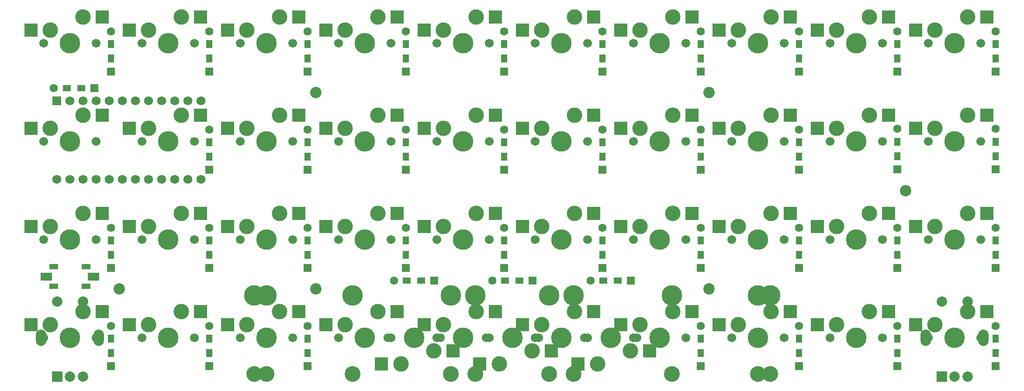
<source format=gbs>
G04 #@! TF.GenerationSoftware,KiCad,Pcbnew,(6.0.4-0)*
G04 #@! TF.CreationDate,2022-05-09T20:33:25-05:00*
G04 #@! TF.ProjectId,banime40,62616e69-6d65-4343-902e-6b696361645f,rev?*
G04 #@! TF.SameCoordinates,Original*
G04 #@! TF.FileFunction,Soldermask,Bot*
G04 #@! TF.FilePolarity,Negative*
%FSLAX46Y46*%
G04 Gerber Fmt 4.6, Leading zero omitted, Abs format (unit mm)*
G04 Created by KiCad (PCBNEW (6.0.4-0)) date 2022-05-09 20:33:25*
%MOMM*%
%LPD*%
G01*
G04 APERTURE LIST*
%ADD10C,2.000000*%
%ADD11R,2.000000X2.000000*%
%ADD12O,2.000000X3.200000*%
%ADD13R,1.600000X1.600000*%
%ADD14R,1.200000X1.600000*%
%ADD15C,1.600000*%
%ADD16R,1.600000X1.200000*%
%ADD17R,2.550000X2.500000*%
%ADD18C,3.987800*%
%ADD19C,1.701800*%
%ADD20C,3.000000*%
%ADD21C,3.048000*%
%ADD22R,1.752600X1.752600*%
%ADD23C,1.752600*%
%ADD24C,2.200000*%
%ADD25R,1.700000X1.000000*%
%ADD26R,2.180000X1.600000*%
G04 APERTURE END LIST*
D10*
G04 #@! TO.C,SW47*
X49887500Y-108093750D03*
X54887500Y-108093750D03*
X52387500Y-122593750D03*
X54887500Y-122593750D03*
D11*
X49887500Y-122593750D03*
D12*
X46787500Y-115093750D03*
X57987500Y-115093750D03*
G04 #@! TD*
D10*
G04 #@! TO.C,SW46*
X221337500Y-108093750D03*
X226337500Y-108093750D03*
X223837500Y-122593750D03*
X226337500Y-122593750D03*
D11*
X221337500Y-122593750D03*
D12*
X218237500Y-115093750D03*
X229437500Y-115093750D03*
G04 #@! TD*
D13*
G04 #@! TO.C,D1*
X231775000Y-63431250D03*
D14*
X231775000Y-60931250D03*
D15*
X231775000Y-55631250D03*
D14*
X231775000Y-58131250D03*
G04 #@! TD*
G04 #@! TO.C,D2*
X212725000Y-60931250D03*
D13*
X212725000Y-63431250D03*
D15*
X212725000Y-55631250D03*
D14*
X212725000Y-58131250D03*
G04 #@! TD*
D13*
G04 #@! TO.C,D3*
X193675000Y-63431250D03*
D14*
X193675000Y-60931250D03*
D15*
X193675000Y-55631250D03*
D14*
X193675000Y-58131250D03*
G04 #@! TD*
D13*
G04 #@! TO.C,D4*
X174625000Y-63431250D03*
D14*
X174625000Y-60931250D03*
D15*
X174625000Y-55631250D03*
D14*
X174625000Y-58131250D03*
G04 #@! TD*
D13*
G04 #@! TO.C,D5*
X155575000Y-63431250D03*
D14*
X155575000Y-60931250D03*
D15*
X155575000Y-55631250D03*
D14*
X155575000Y-58131250D03*
G04 #@! TD*
D13*
G04 #@! TO.C,D6*
X136525000Y-63431250D03*
D14*
X136525000Y-60931250D03*
D15*
X136525000Y-55631250D03*
D14*
X136525000Y-58131250D03*
G04 #@! TD*
D13*
G04 #@! TO.C,D7*
X117475000Y-63431250D03*
D14*
X117475000Y-60931250D03*
X117475000Y-58131250D03*
D15*
X117475000Y-55631250D03*
G04 #@! TD*
D13*
G04 #@! TO.C,D8*
X98425000Y-63431250D03*
D14*
X98425000Y-60931250D03*
D15*
X98425000Y-55631250D03*
D14*
X98425000Y-58131250D03*
G04 #@! TD*
G04 #@! TO.C,D9*
X79375000Y-60931250D03*
D13*
X79375000Y-63431250D03*
D14*
X79375000Y-58131250D03*
D15*
X79375000Y-55631250D03*
G04 #@! TD*
D14*
G04 #@! TO.C,D10*
X60325000Y-60931250D03*
D13*
X60325000Y-63431250D03*
D14*
X60325000Y-58131250D03*
D15*
X60325000Y-55631250D03*
G04 #@! TD*
D13*
G04 #@! TO.C,D11*
X231775000Y-82362500D03*
D14*
X231775000Y-79862500D03*
D15*
X231775000Y-74562500D03*
D14*
X231775000Y-77062500D03*
G04 #@! TD*
D13*
G04 #@! TO.C,D12*
X212725000Y-82362500D03*
D14*
X212725000Y-79862500D03*
X212725000Y-77062500D03*
D15*
X212725000Y-74562500D03*
G04 #@! TD*
D13*
G04 #@! TO.C,D13*
X193675000Y-82481250D03*
D14*
X193675000Y-79981250D03*
D15*
X193675000Y-74681250D03*
D14*
X193675000Y-77181250D03*
G04 #@! TD*
D13*
G04 #@! TO.C,D14*
X174625000Y-82481250D03*
D14*
X174625000Y-79981250D03*
D15*
X174625000Y-74681250D03*
D14*
X174625000Y-77181250D03*
G04 #@! TD*
G04 #@! TO.C,D15*
X155575000Y-79981250D03*
D13*
X155575000Y-82481250D03*
D14*
X155575000Y-77181250D03*
D15*
X155575000Y-74681250D03*
G04 #@! TD*
D14*
G04 #@! TO.C,D16*
X136525000Y-79981250D03*
D13*
X136525000Y-82481250D03*
D15*
X136525000Y-74681250D03*
D14*
X136525000Y-77181250D03*
G04 #@! TD*
G04 #@! TO.C,D17*
X117475000Y-79981250D03*
D13*
X117475000Y-82481250D03*
D15*
X117475000Y-74681250D03*
D14*
X117475000Y-77181250D03*
G04 #@! TD*
G04 #@! TO.C,D18*
X98425000Y-79981250D03*
D13*
X98425000Y-82481250D03*
D15*
X98425000Y-74681250D03*
D14*
X98425000Y-77181250D03*
G04 #@! TD*
D13*
G04 #@! TO.C,D19*
X79375000Y-82481250D03*
D14*
X79375000Y-79981250D03*
D15*
X79375000Y-74681250D03*
D14*
X79375000Y-77181250D03*
G04 #@! TD*
D16*
G04 #@! TO.C,D20*
X54581250Y-66675000D03*
D13*
X57081250Y-66675000D03*
D16*
X51781250Y-66675000D03*
D15*
X49281250Y-66675000D03*
G04 #@! TD*
D14*
G04 #@! TO.C,D21*
X231775000Y-99031250D03*
D13*
X231775000Y-101531250D03*
D14*
X231775000Y-96231250D03*
D15*
X231775000Y-93731250D03*
G04 #@! TD*
D14*
G04 #@! TO.C,D22*
X212725000Y-99031250D03*
D13*
X212725000Y-101531250D03*
D15*
X212725000Y-93731250D03*
D14*
X212725000Y-96231250D03*
G04 #@! TD*
D13*
G04 #@! TO.C,D23*
X193675000Y-101531250D03*
D14*
X193675000Y-99031250D03*
D15*
X193675000Y-93731250D03*
D14*
X193675000Y-96231250D03*
G04 #@! TD*
G04 #@! TO.C,D24*
X174625000Y-99031250D03*
D13*
X174625000Y-101531250D03*
D14*
X174625000Y-96231250D03*
D15*
X174625000Y-93731250D03*
G04 #@! TD*
D14*
G04 #@! TO.C,D25*
X155575000Y-99031250D03*
D13*
X155575000Y-101531250D03*
D15*
X155575000Y-93731250D03*
D14*
X155575000Y-96231250D03*
G04 #@! TD*
D13*
G04 #@! TO.C,D26*
X136525000Y-101531250D03*
D14*
X136525000Y-99031250D03*
X136525000Y-96231250D03*
D15*
X136525000Y-93731250D03*
G04 #@! TD*
D13*
G04 #@! TO.C,D27*
X117475000Y-101531250D03*
D14*
X117475000Y-99031250D03*
D15*
X117475000Y-93731250D03*
D14*
X117475000Y-96231250D03*
G04 #@! TD*
G04 #@! TO.C,D28*
X98425000Y-99031250D03*
D13*
X98425000Y-101531250D03*
D15*
X98425000Y-93731250D03*
D14*
X98425000Y-96231250D03*
G04 #@! TD*
D13*
G04 #@! TO.C,D29*
X79375000Y-101531250D03*
D14*
X79375000Y-99031250D03*
X79375000Y-96231250D03*
D15*
X79375000Y-93731250D03*
G04 #@! TD*
D13*
G04 #@! TO.C,D30*
X60325000Y-101531250D03*
D14*
X60325000Y-99031250D03*
X60325000Y-96231250D03*
D15*
X60325000Y-93731250D03*
G04 #@! TD*
D14*
G04 #@! TO.C,D31*
X231775000Y-118081250D03*
D13*
X231775000Y-120581250D03*
D14*
X231775000Y-115281250D03*
D15*
X231775000Y-112781250D03*
G04 #@! TD*
D13*
G04 #@! TO.C,D32*
X212725000Y-120581250D03*
D14*
X212725000Y-118081250D03*
X212725000Y-115281250D03*
D15*
X212725000Y-112781250D03*
G04 #@! TD*
D14*
G04 #@! TO.C,D33*
X193675000Y-118081250D03*
D13*
X193675000Y-120581250D03*
D15*
X193675000Y-112781250D03*
D14*
X193675000Y-115281250D03*
G04 #@! TD*
D13*
G04 #@! TO.C,D34*
X174625000Y-120581250D03*
D14*
X174625000Y-118081250D03*
D15*
X174625000Y-112781250D03*
D14*
X174625000Y-115281250D03*
G04 #@! TD*
D16*
G04 #@! TO.C,D35*
X158562500Y-103981250D03*
D13*
X161062500Y-103981250D03*
D15*
X153262500Y-103981250D03*
D16*
X155762500Y-103981250D03*
G04 #@! TD*
D13*
G04 #@! TO.C,D36*
X142012500Y-103981250D03*
D16*
X139512500Y-103981250D03*
D15*
X134212500Y-103981250D03*
D16*
X136712500Y-103981250D03*
G04 #@! TD*
G04 #@! TO.C,D37*
X120462500Y-103981250D03*
D13*
X122962500Y-103981250D03*
D15*
X115162500Y-103981250D03*
D16*
X117662500Y-103981250D03*
G04 #@! TD*
D14*
G04 #@! TO.C,D38*
X98425000Y-118081250D03*
D13*
X98425000Y-120581250D03*
D14*
X98425000Y-115281250D03*
D15*
X98425000Y-112781250D03*
G04 #@! TD*
D13*
G04 #@! TO.C,D39*
X79375000Y-120581250D03*
D14*
X79375000Y-118081250D03*
D15*
X79375000Y-112781250D03*
D14*
X79375000Y-115281250D03*
G04 #@! TD*
G04 #@! TO.C,D40*
X60325000Y-118081250D03*
D13*
X60325000Y-120581250D03*
D14*
X60325000Y-115281250D03*
D15*
X60325000Y-112781250D03*
G04 #@! TD*
D17*
G04 #@! TO.C,SW1*
X216277500Y-55403750D03*
X230127500Y-52863750D03*
D18*
X223837500Y-57943750D03*
D19*
X218757500Y-57943750D03*
D20*
X220027500Y-55403750D03*
X226377500Y-52863750D03*
D19*
X228917500Y-57943750D03*
G04 #@! TD*
D17*
G04 #@! TO.C,SW2*
X197227500Y-55403750D03*
X211077500Y-52863750D03*
D18*
X204787500Y-57943750D03*
D19*
X209867500Y-57943750D03*
X199707500Y-57943750D03*
D20*
X200977500Y-55403750D03*
X207327500Y-52863750D03*
G04 #@! TD*
D17*
G04 #@! TO.C,SW3*
X178177500Y-55403750D03*
X192027500Y-52863750D03*
D18*
X185737500Y-57943750D03*
D20*
X181927500Y-55403750D03*
X188277500Y-52863750D03*
D19*
X180657500Y-57943750D03*
X190817500Y-57943750D03*
G04 #@! TD*
D17*
G04 #@! TO.C,SW4*
X159127500Y-55403750D03*
X172977500Y-52863750D03*
D19*
X161607500Y-57943750D03*
X171767500Y-57943750D03*
D18*
X166687500Y-57943750D03*
D20*
X162877500Y-55403750D03*
X169227500Y-52863750D03*
G04 #@! TD*
D17*
G04 #@! TO.C,SW5*
X140077500Y-55403750D03*
X153927500Y-52863750D03*
D20*
X143827500Y-55403750D03*
D19*
X152717500Y-57943750D03*
X142557500Y-57943750D03*
D20*
X150177500Y-52863750D03*
D18*
X147637500Y-57943750D03*
G04 #@! TD*
D17*
G04 #@! TO.C,SW6*
X121027500Y-55403750D03*
X134877500Y-52863750D03*
D18*
X128587500Y-57943750D03*
D20*
X131127500Y-52863750D03*
D19*
X123507500Y-57943750D03*
D20*
X124777500Y-55403750D03*
D19*
X133667500Y-57943750D03*
G04 #@! TD*
D17*
G04 #@! TO.C,SW7*
X101977500Y-55403750D03*
X115827500Y-52863750D03*
D19*
X114617500Y-57943750D03*
D20*
X105727500Y-55403750D03*
X112077500Y-52863750D03*
D19*
X104457500Y-57943750D03*
D18*
X109537500Y-57943750D03*
G04 #@! TD*
D17*
G04 #@! TO.C,SW8*
X82927500Y-55403750D03*
X96777500Y-52863750D03*
D19*
X85407500Y-57943750D03*
D20*
X86677500Y-55403750D03*
D19*
X95567500Y-57943750D03*
D18*
X90487500Y-57943750D03*
D20*
X93027500Y-52863750D03*
G04 #@! TD*
D17*
G04 #@! TO.C,SW9*
X63877500Y-55403750D03*
X77727500Y-52863750D03*
D20*
X67627500Y-55403750D03*
D19*
X66357500Y-57943750D03*
D20*
X73977500Y-52863750D03*
D18*
X71437500Y-57943750D03*
D19*
X76517500Y-57943750D03*
G04 #@! TD*
D17*
G04 #@! TO.C,SW10*
X44827500Y-55403750D03*
X58677500Y-52863750D03*
D19*
X57467500Y-57943750D03*
D20*
X54927500Y-52863750D03*
D18*
X52387500Y-57943750D03*
D20*
X48577500Y-55403750D03*
D19*
X47307500Y-57943750D03*
G04 #@! TD*
D17*
G04 #@! TO.C,SW11*
X216277500Y-74453750D03*
X230127500Y-71913750D03*
D20*
X220027500Y-74453750D03*
X226377500Y-71913750D03*
D19*
X228917500Y-76993750D03*
X218757500Y-76993750D03*
D18*
X223837500Y-76993750D03*
G04 #@! TD*
D17*
G04 #@! TO.C,SW12*
X197227500Y-74453750D03*
X211077500Y-71913750D03*
D19*
X209867500Y-76993750D03*
X199707500Y-76993750D03*
D20*
X200977500Y-74453750D03*
X207327500Y-71913750D03*
D18*
X204787500Y-76993750D03*
G04 #@! TD*
D17*
G04 #@! TO.C,SW13*
X178177500Y-74453750D03*
X192027500Y-71913750D03*
D20*
X181927500Y-74453750D03*
X188277500Y-71913750D03*
D18*
X185737500Y-76993750D03*
D19*
X190817500Y-76993750D03*
X180657500Y-76993750D03*
G04 #@! TD*
D17*
G04 #@! TO.C,SW14*
X159127500Y-74453750D03*
X172977500Y-71913750D03*
D20*
X169227500Y-71913750D03*
D19*
X171767500Y-76993750D03*
D18*
X166687500Y-76993750D03*
D19*
X161607500Y-76993750D03*
D20*
X162877500Y-74453750D03*
G04 #@! TD*
D17*
G04 #@! TO.C,SW15*
X140077500Y-74453750D03*
X153927500Y-71913750D03*
D19*
X142557500Y-76993750D03*
D18*
X147637500Y-76993750D03*
D20*
X143827500Y-74453750D03*
D19*
X152717500Y-76993750D03*
D20*
X150177500Y-71913750D03*
G04 #@! TD*
D17*
G04 #@! TO.C,SW16*
X121027500Y-74453750D03*
X134877500Y-71913750D03*
D20*
X124777500Y-74453750D03*
D19*
X133667500Y-76993750D03*
D18*
X128587500Y-76993750D03*
D19*
X123507500Y-76993750D03*
D20*
X131127500Y-71913750D03*
G04 #@! TD*
D19*
G04 #@! TO.C,SW17*
X114617500Y-76993750D03*
D20*
X112077500Y-71913750D03*
D18*
X109537500Y-76993750D03*
D19*
X104457500Y-76993750D03*
D20*
X105727500Y-74453750D03*
D17*
X115827500Y-71913750D03*
X101977500Y-74453750D03*
G04 #@! TD*
G04 #@! TO.C,SW18*
X82927500Y-74453750D03*
X96777500Y-71913750D03*
D19*
X85407500Y-76993750D03*
D20*
X93027500Y-71913750D03*
X86677500Y-74453750D03*
D18*
X90487500Y-76993750D03*
D19*
X95567500Y-76993750D03*
G04 #@! TD*
D17*
G04 #@! TO.C,SW19*
X63877500Y-74453750D03*
X77727500Y-71913750D03*
D20*
X67627500Y-74453750D03*
X73977500Y-71913750D03*
D19*
X76517500Y-76993750D03*
X66357500Y-76993750D03*
D18*
X71437500Y-76993750D03*
G04 #@! TD*
D17*
G04 #@! TO.C,SW20*
X44827500Y-74453750D03*
X58677500Y-71913750D03*
D20*
X48577500Y-74453750D03*
D19*
X47307500Y-76993750D03*
D18*
X52387500Y-76993750D03*
D20*
X54927500Y-71913750D03*
D19*
X57467500Y-76993750D03*
G04 #@! TD*
D17*
G04 #@! TO.C,SW21*
X216277500Y-93503750D03*
X230127500Y-90963750D03*
D20*
X226377500Y-90963750D03*
D19*
X218757500Y-96043750D03*
D18*
X223837500Y-96043750D03*
D19*
X228917500Y-96043750D03*
D20*
X220027500Y-93503750D03*
G04 #@! TD*
D17*
G04 #@! TO.C,SW22*
X197227500Y-93503750D03*
X211077500Y-90963750D03*
D19*
X209867500Y-96043750D03*
D20*
X200977500Y-93503750D03*
D18*
X204787500Y-96043750D03*
D20*
X207327500Y-90963750D03*
D19*
X199707500Y-96043750D03*
G04 #@! TD*
D17*
G04 #@! TO.C,SW23*
X178177500Y-93503750D03*
X192027500Y-90963750D03*
D19*
X180657500Y-96043750D03*
D20*
X181927500Y-93503750D03*
D18*
X185737500Y-96043750D03*
D19*
X190817500Y-96043750D03*
D20*
X188277500Y-90963750D03*
G04 #@! TD*
D17*
G04 #@! TO.C,SW24*
X159127500Y-93503750D03*
X172977500Y-90963750D03*
D20*
X169227500Y-90963750D03*
D18*
X166687500Y-96043750D03*
D19*
X171767500Y-96043750D03*
D20*
X162877500Y-93503750D03*
D19*
X161607500Y-96043750D03*
G04 #@! TD*
D17*
G04 #@! TO.C,SW25*
X140077500Y-93503750D03*
X153927500Y-90963750D03*
D20*
X150177500Y-90963750D03*
D19*
X152717500Y-96043750D03*
D18*
X147637500Y-96043750D03*
D19*
X142557500Y-96043750D03*
D20*
X143827500Y-93503750D03*
G04 #@! TD*
D17*
G04 #@! TO.C,SW26*
X121027500Y-93503750D03*
X134877500Y-90963750D03*
D19*
X123507500Y-96043750D03*
D20*
X131127500Y-90963750D03*
D19*
X133667500Y-96043750D03*
D18*
X128587500Y-96043750D03*
D20*
X124777500Y-93503750D03*
G04 #@! TD*
G04 #@! TO.C,SW27*
X105727500Y-93503750D03*
D19*
X104457500Y-96043750D03*
D20*
X112077500Y-90963750D03*
D18*
X109537500Y-96043750D03*
D19*
X114617500Y-96043750D03*
D17*
X115827500Y-90963750D03*
X101977500Y-93503750D03*
G04 #@! TD*
G04 #@! TO.C,SW28*
X82927500Y-93503750D03*
X96777500Y-90963750D03*
D20*
X93027500Y-90963750D03*
D18*
X90487500Y-96043750D03*
D20*
X86677500Y-93503750D03*
D19*
X85407500Y-96043750D03*
X95567500Y-96043750D03*
G04 #@! TD*
D17*
G04 #@! TO.C,SW29*
X63877500Y-93503750D03*
X77727500Y-90963750D03*
D19*
X76517500Y-96043750D03*
X66357500Y-96043750D03*
D18*
X71437500Y-96043750D03*
D20*
X67627500Y-93503750D03*
X73977500Y-90963750D03*
G04 #@! TD*
D17*
G04 #@! TO.C,SW30*
X44827500Y-93503750D03*
X58677500Y-90963750D03*
D20*
X48577500Y-93503750D03*
D19*
X47307500Y-96043750D03*
X57467500Y-96043750D03*
D20*
X54927500Y-90963750D03*
D18*
X52387500Y-96043750D03*
G04 #@! TD*
D17*
G04 #@! TO.C,SW31*
X216277500Y-112553750D03*
X230127500Y-110013750D03*
D20*
X220027500Y-112553750D03*
D19*
X228917500Y-115093750D03*
D18*
X223837500Y-115093750D03*
D20*
X226377500Y-110013750D03*
D19*
X218757500Y-115093750D03*
G04 #@! TD*
D17*
G04 #@! TO.C,SW32*
X197227500Y-112553750D03*
X211077500Y-110013750D03*
D20*
X200977500Y-112553750D03*
D18*
X204787500Y-115093750D03*
D19*
X209867500Y-115093750D03*
D20*
X207327500Y-110013750D03*
D19*
X199707500Y-115093750D03*
G04 #@! TD*
D17*
G04 #@! TO.C,SW33*
X178177500Y-112553750D03*
X192027500Y-110013750D03*
D20*
X188277500Y-110013750D03*
D18*
X185737500Y-115093750D03*
D19*
X190817500Y-115093750D03*
X180657500Y-115093750D03*
D20*
X181927500Y-112553750D03*
G04 #@! TD*
D17*
G04 #@! TO.C,SW34*
X159127500Y-112553750D03*
X172977500Y-110013750D03*
D19*
X161607500Y-115093750D03*
D20*
X162877500Y-112553750D03*
X169227500Y-110013750D03*
D19*
X171767500Y-115093750D03*
D18*
X166687500Y-115093750D03*
G04 #@! TD*
D17*
G04 #@! TO.C,SW35*
X140077500Y-112553750D03*
X153927500Y-110013750D03*
D20*
X143827500Y-112553750D03*
D19*
X142557500Y-115093750D03*
D18*
X147637500Y-115093750D03*
D20*
X150177500Y-110013750D03*
D19*
X152717500Y-115093750D03*
G04 #@! TD*
D17*
G04 #@! TO.C,SW36*
X121027500Y-112553750D03*
X134877500Y-110013750D03*
D20*
X124777500Y-112553750D03*
D19*
X133667500Y-115093750D03*
X123507500Y-115093750D03*
D20*
X131127500Y-110013750D03*
D18*
X128587500Y-115093750D03*
G04 #@! TD*
D19*
G04 #@! TO.C,SW37*
X104457500Y-115093750D03*
D20*
X112077500Y-110013750D03*
D18*
X109537500Y-115093750D03*
D19*
X114617500Y-115093750D03*
D20*
X105727500Y-112553750D03*
D17*
X115827500Y-110013750D03*
X101977500Y-112553750D03*
G04 #@! TD*
G04 #@! TO.C,SW38*
X82927500Y-112553750D03*
X96777500Y-110013750D03*
D19*
X85407500Y-115093750D03*
X95567500Y-115093750D03*
D18*
X90487500Y-115093750D03*
D20*
X93027500Y-110013750D03*
X86677500Y-112553750D03*
G04 #@! TD*
D17*
G04 #@! TO.C,SW39*
X63877500Y-112553750D03*
X77727500Y-110013750D03*
D18*
X71437500Y-115093750D03*
D20*
X67627500Y-112553750D03*
D19*
X76517500Y-115093750D03*
X66357500Y-115093750D03*
D20*
X73977500Y-110013750D03*
G04 #@! TD*
D17*
G04 #@! TO.C,SW40*
X44827500Y-112553750D03*
X58677500Y-110013750D03*
D19*
X57467500Y-115093750D03*
D20*
X48577500Y-112553750D03*
D18*
X52387500Y-115093750D03*
D19*
X47307500Y-115093750D03*
D20*
X54927500Y-110013750D03*
G04 #@! TD*
D17*
G04 #@! TO.C,SW41*
X164722500Y-117633750D03*
X150872500Y-120173750D03*
D20*
X160972500Y-117633750D03*
D18*
X157162500Y-115093750D03*
D19*
X152082500Y-115093750D03*
D20*
X154622500Y-120173750D03*
D19*
X162242500Y-115093750D03*
G04 #@! TD*
D17*
G04 #@! TO.C,SW42*
X126622500Y-117633750D03*
X112772500Y-120173750D03*
D20*
X116522500Y-120173750D03*
X122872500Y-117633750D03*
D19*
X113982500Y-115093750D03*
D18*
X119062500Y-115093750D03*
D19*
X124142500Y-115093750D03*
G04 #@! TD*
D17*
G04 #@! TO.C,SW43*
X145672500Y-117633750D03*
X131822500Y-120173750D03*
D20*
X141922500Y-117633750D03*
D19*
X143192500Y-115093750D03*
X133032500Y-115093750D03*
D18*
X138112500Y-115093750D03*
D20*
X135572500Y-120173750D03*
G04 #@! TD*
D21*
G04 #@! TO.C,REF\u002A\u002A*
X130962500Y-122078750D03*
D18*
X107162500Y-106838750D03*
D21*
X107162500Y-122078750D03*
D18*
X130962500Y-106838750D03*
G04 #@! TD*
G04 #@! TO.C,REF\u002A\u002A*
X169062500Y-106838750D03*
X145262500Y-106838750D03*
D21*
X169062500Y-122078750D03*
X145262500Y-122078750D03*
G04 #@! TD*
G04 #@! TO.C,REF\u002A\u002A*
X90487500Y-122078750D03*
D18*
X90487500Y-106868750D03*
X185737500Y-106868750D03*
D21*
X185737500Y-122078750D03*
G04 #@! TD*
D18*
G04 #@! TO.C,REF\u002A\u002A*
X188112500Y-106868750D03*
D21*
X188112500Y-122078750D03*
X88112500Y-122078750D03*
D18*
X88112500Y-106868750D03*
G04 #@! TD*
D22*
G04 #@! TO.C,U1*
X49830000Y-69130000D03*
D23*
X52370000Y-69130000D03*
X54910000Y-69130000D03*
X57450000Y-69130000D03*
X59990000Y-69130000D03*
X62530000Y-69130000D03*
X65070000Y-69130000D03*
X67610000Y-69130000D03*
X70150000Y-69130000D03*
X72690000Y-69130000D03*
X75230000Y-69130000D03*
X77770000Y-69130000D03*
X77770000Y-84370000D03*
X75230000Y-84370000D03*
X72690000Y-84370000D03*
X70150000Y-84370000D03*
X67610000Y-84370000D03*
X65070000Y-84370000D03*
X62530000Y-84370000D03*
X59990000Y-84370000D03*
X57450000Y-84370000D03*
X54910000Y-84370000D03*
X52370000Y-84370000D03*
X49830000Y-84370000D03*
G04 #@! TD*
D21*
G04 #@! TO.C,REF\u002A\u002A*
X150012500Y-122078750D03*
D18*
X150012500Y-106838750D03*
D21*
X126212500Y-122078750D03*
D18*
X126212500Y-106838750D03*
G04 #@! TD*
D24*
G04 #@! TO.C,REF\u002A\u002A*
X214312500Y-86518750D03*
G04 #@! TD*
G04 #@! TO.C,REF\u002A\u002A*
X176212500Y-105568750D03*
G04 #@! TD*
G04 #@! TO.C,REF\u002A\u002A*
X176212500Y-67468750D03*
G04 #@! TD*
G04 #@! TO.C,REF\u002A\u002A*
X100012500Y-105568750D03*
G04 #@! TD*
G04 #@! TO.C,REF\u002A\u002A*
X61912500Y-105568750D03*
G04 #@! TD*
G04 #@! TO.C,REF\u002A\u002A*
X100012500Y-67468750D03*
G04 #@! TD*
D25*
G04 #@! TO.C,SW44*
X55537500Y-105087500D03*
X49237500Y-105087500D03*
X49237500Y-101287500D03*
X55537500Y-101287500D03*
G04 #@! TD*
D26*
G04 #@! TO.C,SW45*
X47797500Y-103187500D03*
X56977500Y-103187500D03*
G04 #@! TD*
M02*

</source>
